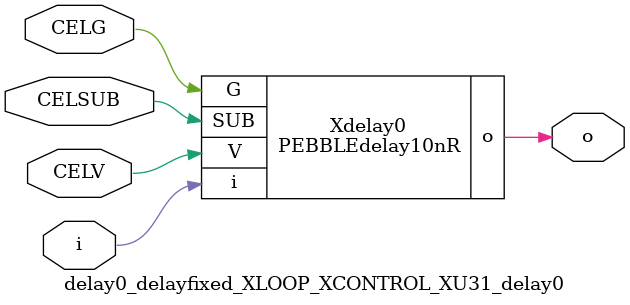
<source format=v>



module PEBBLEdelay10nR ( o, V, G, i, SUB );

  input V;
  input i;
  input G;
  output o;
  input SUB;
endmodule

//Celera Confidential Do Not Copy delay0_delayfixed_XLOOP_XCONTROL_XU31_delay0
//TYPE: fixed 10ns
module delay0_delayfixed_XLOOP_XCONTROL_XU31_delay0 (i, CELV, o,
CELG,CELSUB);
input CELV;
input i;
output o;
input CELSUB;
input CELG;

//Celera Confidential Do Not Copy delayfast0
PEBBLEdelay10nR Xdelay0(
.V (CELV),
.i (i),
.o (o),
.G (CELG),
.SUB (CELSUB)
);
//,diesize,PEBBLEdelay10nR

//Celera Confidential Do Not Copy Module End
//Celera Schematic Generator
endmodule

</source>
